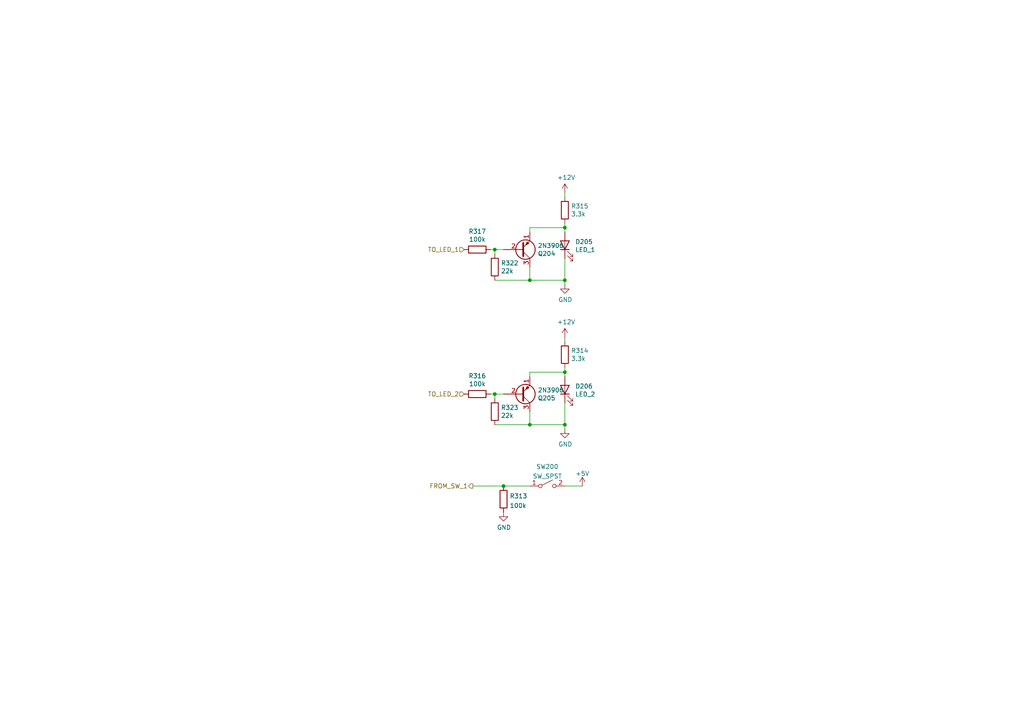
<source format=kicad_sch>
(kicad_sch (version 20211123) (generator eeschema)
  (paper "A4")
  (title_block (title "Eurorack MIDI 16x16 CV Gate") (date "2022-05-14") (rev "1.0") (company "RobotDialogs"))
  (lib_symbols
    (symbol "Device:LED" (pin_numbers hide) (pin_names (offset 1.016) hide)
      (property "Reference" "D" (at 0 2.54 0))
      (property "Value" "LED" (at 0 -2.54 0))
      (symbol "LED_0_1"
        (polyline (pts (xy -1.27 -1.27) (xy -1.27 1.27)) (stroke (width 0.254)))
        (polyline (pts (xy -1.27 0) (xy 1.27 0)))
        (polyline (pts (xy 1.27 -1.27) (xy 1.27 1.27) (xy -1.27 0) (xy 1.27 -1.27)) (stroke (width 0.254)))
        (polyline (pts (xy -3.048 -0.762) (xy -4.572 -2.286) (xy -3.81 -2.286) (xy -4.572 -2.286) (xy -4.572 -1.524)))
        (polyline (pts (xy -1.778 -0.762) (xy -3.302 -2.286) (xy -2.54 -2.286) (xy -3.302 -2.286) (xy -3.302 -1.524)))
      )
      (symbol "LED_1_1"
        (pin passive line (at -3.81 0 0) (length 2.54) (name "K") (number "1"))
        (pin passive line (at 3.81 0 180) (length 2.54) (name "A") (number "2"))
      )
    )
    (symbol "Device:R" (pin_numbers hide) (pin_names (offset 0))
      (property "Reference" "R" (at 2.032 0 90))
      (property "Value" "R" (at 0 0 90))
      (symbol "R_0_1"
        (rectangle (start -1.016 -2.54) (end 1.016 2.54) (stroke (width 0.254)))
      )
      (symbol "R_1_1"
        (pin passive line (at 0 3.81 270) (length 1.27) (name "~") (number "1"))
        (pin passive line (at 0 -3.81 90) (length 1.27) (name "~") (number "2"))
      )
    )
    (symbol "Switch:SW_SPST" (pin_names (offset 0) hide)
      (property "Reference" "SW" (at 0 3.175 0))
      (property "Value" "SW_SPST" (at 0 -2.54 0))
      (symbol "SW_SPST_0_0"
        (circle (center -2.032 0) (radius 0.508))
        (polyline (pts (xy -1.524 0.254) (xy 1.524 1.778)))
        (circle (center 2.032 0) (radius 0.508))
      )
      (symbol "SW_SPST_1_1"
        (pin passive line (at -5.08 0 0) (length 2.54) (name "A") (number "1"))
        (pin passive line (at 5.08 0 180) (length 2.54) (name "B") (number "2"))
      )
    )
    (symbol "Transistor_BJT:2N3906" (pin_names (offset 0) hide)
      (property "Reference" "Q" (at 5.08 1.905 0))
      (property "Value" "2N3906" (at 5.08 0 0))
      (symbol "2N3906_0_1"
        (polyline (pts (xy 0.635 0.635) (xy 2.54 2.54)))
        (polyline (pts (xy 0.635 -0.635) (xy 2.54 -2.54) (xy 2.54 -2.54)))
        (polyline (pts (xy 0.635 1.905) (xy 0.635 -1.905) (xy 0.635 -1.905)) (stroke (width 0.508)))
        (polyline (pts (xy 2.286 -1.778) (xy 1.778 -2.286) (xy 1.27 -1.27) (xy 2.286 -1.778) (xy 2.286 -1.778)) (fill (type outline)))
        (circle (center 1.27 0) (radius 2.8194) (stroke (width 0.254)))
      )
      (symbol "2N3906_1_1"
        (pin passive line (at 2.54 -5.08 90) (length 2.54) (name "E") (number "1"))
        (pin input line (at -5.08 0 0) (length 5.715) (name "B") (number "2"))
        (pin passive line (at 2.54 5.08 270) (length 2.54) (name "C") (number "3"))
      )
    )
    (symbol "power:+12V" (power) (pin_names (offset 0))
      (property "Value" "+12V" (at 0 3.556 0))
      (symbol "+12V_0_1"
        (polyline (pts (xy -0.762 1.27) (xy 0 2.54)))
        (polyline (pts (xy 0 0) (xy 0 2.54)))
        (polyline (pts (xy 0 2.54) (xy 0.762 1.27)))
      )
      (symbol "+12V_1_1"
        (pin power_in line (at 0 0 90) (length 0) hide (name "+12V") (number "1"))
      )
    )
    (symbol "power:+5V" (power) (pin_names (offset 0))
      (property "Value" "+5V" (at 0 3.556 0))
      (symbol "+5V_0_1"
        (polyline (pts (xy -0.762 1.27) (xy 0 2.54)))
        (polyline (pts (xy 0 0) (xy 0 2.54)))
        (polyline (pts (xy 0 2.54) (xy 0.762 1.27)))
      )
      (symbol "+5V_1_1"
        (pin power_in line (at 0 0 90) (length 0) hide (name "+5V") (number "1"))
      )
    )
    (symbol "power:GND" (power) (pin_names (offset 0))
      (property "Value" "GND" (at 0 -3.81 0))
      (symbol "GND_0_1"
        (polyline (pts (xy 0 0) (xy 0 -1.27) (xy 1.27 -1.27) (xy 0 -2.54) (xy -1.27 -1.27) (xy 0 -1.27)))
      )
      (symbol "GND_1_1"
        (pin power_in line (at 0 0 270) (length 0) hide (name "GND") (number "1"))
      )
    )
  )
  (junction (at 143.51 114.3))
  (junction (at 143.51 72.39))
  (junction (at 163.83 107.95))
  (junction (at 153.67 81.28))
  (junction (at 146.05 140.97))
  (junction (at 163.83 123.19))
  (junction (at 163.83 66.04))
  (junction (at 163.83 81.28))
  (junction (at 153.67 123.19))
  (wire (pts (xy 153.67 77.47) (xy 153.67 81.28)))
  (wire (pts (xy 163.83 97.79) (xy 163.83 99.06)))
  (wire (pts (xy 153.67 123.19) (xy 163.83 123.19)))
  (wire (pts (xy 163.83 116.84) (xy 163.83 123.19)))
  (wire (pts (xy 142.24 114.3) (xy 143.51 114.3)))
  (wire (pts (xy 163.83 107.95) (xy 153.67 107.95)))
  (wire (pts (xy 163.83 74.93) (xy 163.83 81.28)))
  (wire (pts (xy 163.83 123.19) (xy 163.83 124.46)))
  (wire (pts (xy 163.83 106.68) (xy 163.83 107.95)))
  (wire (pts (xy 163.83 81.28) (xy 163.83 82.55)))
  (wire (pts (xy 146.05 140.97) (xy 153.67 140.97)))
  (wire (pts (xy 143.51 115.57) (xy 143.51 114.3)))
  (wire (pts (xy 143.51 73.66) (xy 143.51 72.39)))
  (wire (pts (xy 163.83 64.77) (xy 163.83 66.04)))
  (wire (pts (xy 143.51 123.19) (xy 153.67 123.19)))
  (wire (pts (xy 153.67 107.95) (xy 153.67 109.22)))
  (wire (pts (xy 137.16 140.97) (xy 146.05 140.97)))
  (wire (pts (xy 142.24 72.39) (xy 143.51 72.39)))
  (wire (pts (xy 143.51 114.3) (xy 146.05 114.3)))
  (wire (pts (xy 163.83 55.88) (xy 163.83 57.15)))
  (wire (pts (xy 153.67 66.04) (xy 153.67 67.31)))
  (wire (pts (xy 143.51 81.28) (xy 153.67 81.28)))
  (wire (pts (xy 153.67 81.28) (xy 163.83 81.28)))
  (wire (pts (xy 163.83 107.95) (xy 163.83 109.22)))
  (wire (pts (xy 143.51 72.39) (xy 146.05 72.39)))
  (wire (pts (xy 163.83 66.04) (xy 153.67 66.04)))
  (wire (pts (xy 163.83 66.04) (xy 163.83 67.31)))
  (wire (pts (xy 153.67 119.38) (xy 153.67 123.19)))
  (wire (pts (xy 168.91 140.97) (xy 163.83 140.97)))
  (hierarchical_label "FROM_SW_1" (shape output) (at 137.16 140.97 180))
  (hierarchical_label "TO_LED_2" (shape input) (at 134.62 114.3 180))
  (hierarchical_label "TO_LED_1" (shape input) (at 134.62 72.39 180))
  (symbol (lib_id "Device:LED") (at 163.83 113.03 90) (unit 1)
    (property "Reference" "D206" (at 166.8272 112.0394 90) (effects (justify right)))
    (property "Value" "LED_2" (at 166.8272 114.3508 90) (effects (justify right)))
    (property "Footprint" "My Stuff:LED_D3.0mm" (effects hide))
  )
  (symbol (lib_id "power:GND") (at 163.83 124.46 0) (unit 1)
    (property "Reference" "#PWR0200" (effects hide))
    (property "Value" "GND" (at 163.957 128.8542 0))
  )
  (symbol (lib_id "Transistor_BJT:2N3906") (at 151.13 114.3 0) (mirror x) (unit 1)
    (property "Reference" "Q205" (at 155.956 115.4684 0) (effects (justify left)))
    (property "Value" "2N3906" (at 155.956 113.157 0) (effects (justify left)))
    (property "Footprint" "Package_TO_SOT_THT:TO-92_Inline_Wide" (effects hide))
    (property "Datasheet" "https://www.onsemi.com/pub/Collateral/2N3906-D.PDF" (effects hide))
  )
  (symbol (lib_id "Device:R") (at 163.83 60.96 0) (unit 1)
    (property "Reference" "R315" (at 165.608 59.7916 0) (effects (justify left)))
    (property "Value" "3.3k" (at 165.608 62.103 0) (effects (justify left)))
    (property "Footprint" "Resistor_SMD:R_1206_3216Metric_Pad1.30x1.75mm_HandSolder" (effects hide))
  )
  (symbol (lib_id "Device:R") (at 143.51 77.47 0) (unit 1)
    (property "Reference" "R322" (at 145.288 76.3016 0) (effects (justify left)))
    (property "Value" "22k" (at 145.288 78.613 0) (effects (justify left)))
    (property "Footprint" "Resistor_SMD:R_1206_3216Metric_Pad1.30x1.75mm_HandSolder" (effects hide))
  )
  (symbol (lib_id "Device:R") (at 138.43 114.3 270) (unit 1)
    (property "Reference" "R316" (at 138.43 109.0422 90))
    (property "Value" "100k" (at 138.43 111.3536 90))
    (property "Footprint" "Resistor_SMD:R_1206_3216Metric_Pad1.30x1.75mm_HandSolder" (effects hide))
  )
  (symbol (lib_id "Device:LED") (at 163.83 71.12 90) (unit 1)
    (property "Reference" "D205" (at 166.8272 70.1294 90) (effects (justify right)))
    (property "Value" "LED_1" (at 166.8272 72.4408 90) (effects (justify right)))
    (property "Footprint" "My Stuff:LED_D3.0mm" (effects hide))
  )
  (symbol (lib_id "power:GND") (at 146.05 148.59 0) (unit 1)
    (property "Reference" "#PWR0191" (effects hide))
    (property "Value" "GND" (at 146.177 152.9842 0))
  )
  (symbol (lib_id "power:+12V") (at 163.83 55.88 0) (unit 1)
    (property "Reference" "#PWR0192" (effects hide))
    (property "Value" "+12V" (at 164.211 51.4858 0))
  )
  (symbol (lib_id "Device:R") (at 138.43 72.39 270) (unit 1)
    (property "Reference" "R317" (at 138.43 67.1322 90))
    (property "Value" "100k" (at 138.43 69.4436 90))
    (property "Footprint" "Resistor_SMD:R_1206_3216Metric_Pad1.30x1.75mm_HandSolder" (effects hide))
  )
  (symbol (lib_id "Transistor_BJT:2N3906") (at 151.13 72.39 0) (mirror x) (unit 1)
    (property "Reference" "Q204" (at 155.956 73.5584 0) (effects (justify left)))
    (property "Value" "2N3906" (at 155.956 71.247 0) (effects (justify left)))
    (property "Footprint" "Package_TO_SOT_THT:TO-92_Inline_Wide" (effects hide))
    (property "Datasheet" "https://www.onsemi.com/pub/Collateral/2N3906-D.PDF" (effects hide))
  )
  (symbol (lib_id "Device:R") (at 163.83 102.87 0) (unit 1)
    (property "Reference" "R314" (at 165.608 101.7016 0) (effects (justify left)))
    (property "Value" "3.3k" (at 165.608 104.013 0) (effects (justify left)))
    (property "Footprint" "Resistor_SMD:R_1206_3216Metric_Pad1.30x1.75mm_HandSolder" (effects hide))
  )
  (symbol (lib_id "Device:R") (at 143.51 119.38 0) (unit 1)
    (property "Reference" "R323" (at 145.288 118.2116 0) (effects (justify left)))
    (property "Value" "22k" (at 145.288 120.523 0) (effects (justify left)))
    (property "Footprint" "Resistor_SMD:R_1206_3216Metric_Pad1.30x1.75mm_HandSolder" (effects hide))
  )
  (symbol (lib_id "power:+12V") (at 163.83 97.79 0) (unit 1)
    (property "Reference" "#PWR0199" (effects hide))
    (property "Value" "+12V" (at 164.211 93.3958 0))
  )
  (symbol (lib_id "power:GND") (at 163.83 82.55 0) (unit 1)
    (property "Reference" "#PWR0193" (effects hide))
    (property "Value" "GND" (at 163.957 86.9442 0))
  )
  (symbol (lib_id "Device:R") (at 146.05 144.78 0) (unit 1)
    (property "Reference" "R313" (at 147.828 143.8715 0) (effects (justify left)))
    (property "Value" "100k" (at 147.828 146.6466 0) (effects (justify left)))
    (property "Footprint" "Resistor_SMD:R_1206_3216Metric_Pad1.30x1.75mm_HandSolder" (effects hide))
  )
  (symbol (lib_id "Switch:SW_SPST") (at 158.75 140.97 0) (unit 1)
    (property "Reference" "SW200" (at 158.75 135.3525 0))
    (property "Value" "SW_SPST" (at 158.75 138.1276 0))
    (property "Footprint" "My Stuff:SW_PS1024ALRED" (effects hide))
  )
  (symbol (lib_id "power:+5V") (at 168.91 140.97 0) (unit 1)
    (property "Reference" "#PWR0201" (effects hide))
    (property "Value" "+5V" (at 168.91 137.3655 0))
  )
)
</source>
